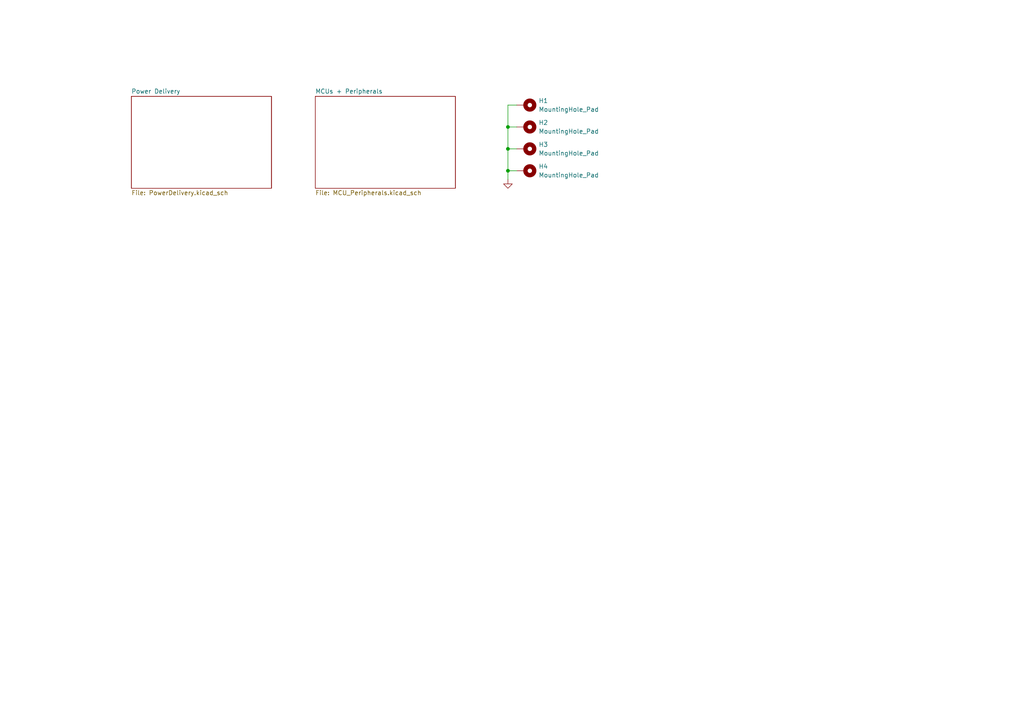
<source format=kicad_sch>
(kicad_sch (version 20211123) (generator eeschema)
  (paper "A4")
  (lib_symbols
    (symbol "Mechanical:MountingHole_Pad" (pin_numbers hide) (pin_names (offset 1.016) hide)
      (property "Reference" "H" (at 0 6.35 0))
      (property "Value" "MountingHole_Pad" (at 0 4.445 0))
      (symbol "MountingHole_Pad_0_1"
        (circle (center 0 1.27) (radius 1.27) (stroke (width 1.27)))
      )
      (symbol "MountingHole_Pad_1_1"
        (pin input line (at 0 -2.54 90) (length 2.54) (name "1") (number "1"))
      )
    )
    (symbol "power:GND" (power) (pin_names (offset 0))
      (property "Value" "GND" (at 0 -3.81 0))
      (symbol "GND_0_1"
        (polyline (pts (xy 0 0) (xy 0 -1.27) (xy 1.27 -1.27) (xy 0 -2.54) (xy -1.27 -1.27) (xy 0 -1.27)))
      )
      (symbol "GND_1_1"
        (pin power_in line (at 0 0 270) (length 0) hide (name "GND") (number "1"))
      )
    )
  )
  (junction (at 147.32 43.18))
  (junction (at 147.32 36.83))
  (junction (at 147.32 49.53))
  (wire (pts (xy 147.32 43.18) (xy 149.86 43.18)))
  (wire (pts (xy 147.32 49.53) (xy 147.32 52.07)))
  (wire (pts (xy 147.32 43.18) (xy 147.32 49.53)))
  (wire (pts (xy 147.32 49.53) (xy 149.86 49.53)))
  (wire (pts (xy 147.32 30.48) (xy 147.32 36.83)))
  (wire (pts (xy 147.32 36.83) (xy 149.86 36.83)))
  (wire (pts (xy 147.32 36.83) (xy 147.32 43.18)))
  (wire (pts (xy 149.86 30.48) (xy 147.32 30.48)))
  (symbol (lib_id "power:GND") (at 147.32 52.07 0) (unit 1)
    (property "Reference" "#PWR0176" (effects hide))
    (property "Value" "GND" (effects hide))
  )
  (symbol (lib_id "Mechanical:MountingHole_Pad") (at 152.4 43.18 270) (unit 1)
    (property "Reference" "H3" (at 156.21 41.9099 90) (effects (justify left)))
    (property "Value" "MountingHole_Pad" (at 156.21 44.4499 90) (effects (justify left)))
    (property "Footprint" "MountingHole:MountingHole_3.2mm_M3_Pad_Via" (effects hide))
  )
  (symbol (lib_id "Mechanical:MountingHole_Pad") (at 152.4 49.53 270) (unit 1)
    (property "Reference" "H4" (at 156.21 48.2599 90) (effects (justify left)))
    (property "Value" "MountingHole_Pad" (at 156.21 50.7999 90) (effects (justify left)))
    (property "Footprint" "MountingHole:MountingHole_3.2mm_M3_Pad_Via" (effects hide))
  )
  (symbol (lib_id "Mechanical:MountingHole_Pad") (at 152.4 36.83 270) (unit 1)
    (property "Reference" "H2" (at 156.21 35.5599 90) (effects (justify left)))
    (property "Value" "MountingHole_Pad" (at 156.21 38.0999 90) (effects (justify left)))
    (property "Footprint" "MountingHole:MountingHole_3.2mm_M3_Pad_Via" (effects hide))
  )
  (symbol (lib_id "Mechanical:MountingHole_Pad") (at 152.4 30.48 270) (unit 1)
    (property "Reference" "H1" (at 156.21 29.2099 90) (effects (justify left)))
    (property "Value" "MountingHole_Pad" (at 156.21 31.7499 90) (effects (justify left)))
    (property "Footprint" "MountingHole:MountingHole_3.2mm_M3_Pad_Via" (effects hide))
  )
  (sheet (at 38.1 27.94) (size 40.64 26.67) (stroke (width 0.1524))
    (property "Sheet name" "Power Delivery" (at 38.1 27.2284 0) (effects (justify left bottom)))
    (property "Sheet file" "PowerDelivery.kicad_sch" (at 38.1 55.1946 0) (effects (justify left top)))
  )
  (sheet (at 91.44 27.94) (size 40.64 26.67) (stroke (width 0.1524))
    (property "Sheet name" "MCUs + Peripherals" (at 91.44 27.2284 0) (effects (justify left bottom)))
    (property "Sheet file" "MCU_Peripherals.kicad_sch" (at 91.44 55.1946 0) (effects (justify left top)))
  )
)
</source>
